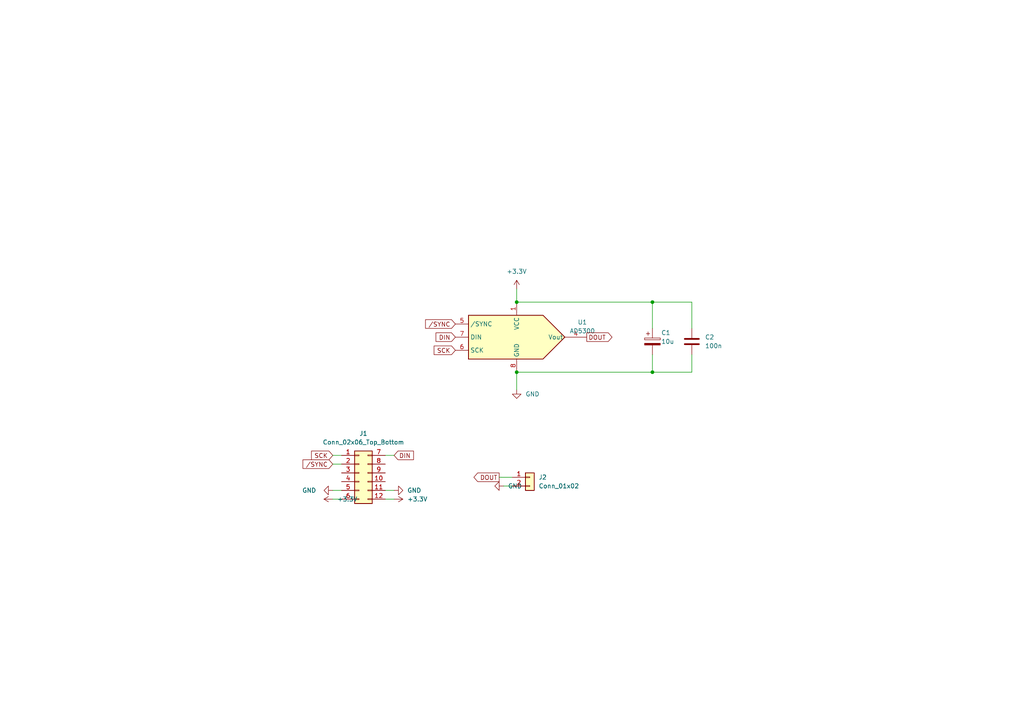
<source format=kicad_sch>
(kicad_sch (version 20211123) (generator eeschema)
  (paper "A4")
  (lib_symbols
    (symbol "Connector_Generic:Conn_01x02" (pin_names (offset 1.016) hide)
      (property "Reference" "J" (at 0 2.54 0))
      (property "Value" "Conn_01x02" (at 0 -5.08 0))
      (symbol "Conn_01x02_1_1"
        (rectangle (start -1.27 -2.413) (end 0 -2.667) (stroke (width 0.1524)))
        (rectangle (start -1.27 0.127) (end 0 -0.127) (stroke (width 0.1524)))
        (rectangle (start -1.27 1.27) (end 1.27 -3.81) (stroke (width 0.254)) (fill (type background)))
        (pin passive line (at -5.08 0 0) (length 3.81) (name "Pin_1") (number "1"))
        (pin passive line (at -5.08 -2.54 0) (length 3.81) (name "Pin_2") (number "2"))
      )
    )
    (symbol "Connector_Generic:Conn_02x06_Top_Bottom" (pin_names (offset 1.016) hide)
      (property "Reference" "J" (at 1.27 7.62 0))
      (property "Value" "Conn_02x06_Top_Bottom" (at 1.27 -10.16 0))
      (symbol "Conn_02x06_Top_Bottom_1_1"
        (rectangle (start -1.27 -7.493) (end 0 -7.747) (stroke (width 0.1524)))
        (rectangle (start -1.27 -4.953) (end 0 -5.207) (stroke (width 0.1524)))
        (rectangle (start -1.27 -2.413) (end 0 -2.667) (stroke (width 0.1524)))
        (rectangle (start -1.27 0.127) (end 0 -0.127) (stroke (width 0.1524)))
        (rectangle (start -1.27 2.667) (end 0 2.413) (stroke (width 0.1524)))
        (rectangle (start -1.27 5.207) (end 0 4.953) (stroke (width 0.1524)))
        (rectangle (start -1.27 6.35) (end 3.81 -8.89) (stroke (width 0.254)) (fill (type background)))
        (rectangle (start 3.81 -7.493) (end 2.54 -7.747) (stroke (width 0.1524)))
        (rectangle (start 3.81 -4.953) (end 2.54 -5.207) (stroke (width 0.1524)))
        (rectangle (start 3.81 -2.413) (end 2.54 -2.667) (stroke (width 0.1524)))
        (rectangle (start 3.81 0.127) (end 2.54 -0.127) (stroke (width 0.1524)))
        (rectangle (start 3.81 2.667) (end 2.54 2.413) (stroke (width 0.1524)))
        (rectangle (start 3.81 5.207) (end 2.54 4.953) (stroke (width 0.1524)))
        (pin passive line (at -5.08 5.08 0) (length 3.81) (name "Pin_1") (number "1"))
        (pin passive line (at 7.62 -2.54 180) (length 3.81) (name "Pin_10") (number "10"))
        (pin passive line (at 7.62 -5.08 180) (length 3.81) (name "Pin_11") (number "11"))
        (pin passive line (at 7.62 -7.62 180) (length 3.81) (name "Pin_12") (number "12"))
        (pin passive line (at -5.08 2.54 0) (length 3.81) (name "Pin_2") (number "2"))
        (pin passive line (at -5.08 0 0) (length 3.81) (name "Pin_3") (number "3"))
        (pin passive line (at -5.08 -2.54 0) (length 3.81) (name "Pin_4") (number "4"))
        (pin passive line (at -5.08 -5.08 0) (length 3.81) (name "Pin_5") (number "5"))
        (pin passive line (at -5.08 -7.62 0) (length 3.81) (name "Pin_6") (number "6"))
        (pin passive line (at 7.62 5.08 180) (length 3.81) (name "Pin_7") (number "7"))
        (pin passive line (at 7.62 2.54 180) (length 3.81) (name "Pin_8") (number "8"))
        (pin passive line (at 7.62 0 180) (length 3.81) (name "Pin_9") (number "9"))
      )
    )
    (symbol "Device:C" (pin_numbers hide) (pin_names (offset 0.254))
      (property "Reference" "C" (at 0.635 2.54 0))
      (property "Value" "C" (at 0.635 -2.54 0))
      (symbol "C_0_1"
        (polyline (pts (xy -2.032 -0.762) (xy 2.032 -0.762)) (stroke (width 0.508)))
        (polyline (pts (xy -2.032 0.762) (xy 2.032 0.762)) (stroke (width 0.508)))
      )
      (symbol "C_1_1"
        (pin passive line (at 0 3.81 270) (length 2.794) (name "~") (number "1"))
        (pin passive line (at 0 -3.81 90) (length 2.794) (name "~") (number "2"))
      )
    )
    (symbol "Device:C_Polarized" (pin_numbers hide) (pin_names (offset 0.254))
      (property "Reference" "C" (at 0.635 2.54 0))
      (property "Value" "C_Polarized" (at 0.635 -2.54 0))
      (symbol "C_Polarized_0_1"
        (rectangle (start -2.286 0.508) (end 2.286 1.016))
        (polyline (pts (xy -1.778 2.286) (xy -0.762 2.286)))
        (polyline (pts (xy -1.27 2.794) (xy -1.27 1.778)))
        (rectangle (start 2.286 -0.508) (end -2.286 -1.016) (fill (type outline)))
      )
      (symbol "C_Polarized_1_1"
        (pin passive line (at 0 3.81 270) (length 2.794) (name "~") (number "1"))
        (pin passive line (at 0 -3.81 90) (length 2.794) (name "~") (number "2"))
      )
    )
    (symbol "ad5300:AD5300"
      (property "Reference" "U" (at 0 0 0))
      (property "Value" "AD5300" (at -5.08 0 0))
      (symbol "AD5300_0_1"
        (polyline (pts (xy -13.97 -6.35) (xy 7.62 -6.35) (xy 13.97 0) (xy 7.62 6.35) (xy -13.97 6.35) (xy -13.97 -6.35)) (stroke (width 0.254)) (fill (type background)))
      )
      (symbol "AD5300_1_1"
        (pin power_in line (at 0 10.16 270) (length 3.81) (name "VCC") (number "1"))
        (pin output line (at 20.32 0 180) (length 6.35) (name "Vout") (number "4"))
        (pin input line (at -17.78 3.81 0) (length 3.81) (name "/SYNC") (number "5"))
        (pin input line (at -17.78 -3.81 0) (length 3.81) (name "SCK") (number "6"))
        (pin input line (at -17.78 0 0) (length 3.81) (name "DIN") (number "7"))
        (pin power_in line (at 0 -10.16 90) (length 3.81) (name "GND") (number "8"))
      )
    )
    (symbol "power:+3.3V" (power) (pin_names (offset 0))
      (property "Value" "+3.3V" (at 0 3.556 0))
      (symbol "+3.3V_0_1"
        (polyline (pts (xy -0.762 1.27) (xy 0 2.54)))
        (polyline (pts (xy 0 0) (xy 0 2.54)))
        (polyline (pts (xy 0 2.54) (xy 0.762 1.27)))
      )
      (symbol "+3.3V_1_1"
        (pin power_in line (at 0 0 90) (length 0) hide (name "+3.3V") (number "1"))
      )
    )
    (symbol "power:GND" (power) (pin_names (offset 0))
      (property "Value" "GND" (at 0 -3.81 0))
      (symbol "GND_0_1"
        (polyline (pts (xy 0 0) (xy 0 -1.27) (xy 1.27 -1.27) (xy 0 -2.54) (xy -1.27 -1.27) (xy 0 -1.27)))
      )
      (symbol "GND_1_1"
        (pin power_in line (at 0 0 270) (length 0) hide (name "GND") (number "1"))
      )
    )
  )
  (junction (at 149.86 107.95))
  (junction (at 149.86 87.63))
  (junction (at 189.23 107.95))
  (junction (at 189.23 87.63))
  (wire (pts (xy 144.78 138.43) (xy 148.59 138.43)))
  (wire (pts (xy 149.86 87.63) (xy 189.23 87.63)))
  (wire (pts (xy 96.52 134.62) (xy 99.06 134.62)))
  (wire (pts (xy 200.66 107.95) (xy 200.66 102.87)))
  (wire (pts (xy 146.05 140.97) (xy 148.59 140.97)))
  (wire (pts (xy 111.76 132.08) (xy 114.3 132.08)))
  (wire (pts (xy 149.86 107.95) (xy 149.86 113.03)))
  (wire (pts (xy 111.76 144.78) (xy 114.3 144.78)))
  (wire (pts (xy 189.23 102.87) (xy 189.23 107.95)))
  (wire (pts (xy 189.23 87.63) (xy 200.66 87.63)))
  (wire (pts (xy 111.76 142.24) (xy 114.3 142.24)))
  (wire (pts (xy 149.86 107.95) (xy 189.23 107.95)))
  (wire (pts (xy 189.23 107.95) (xy 200.66 107.95)))
  (wire (pts (xy 96.52 132.08) (xy 99.06 132.08)))
  (wire (pts (xy 96.52 142.24) (xy 99.06 142.24)))
  (wire (pts (xy 189.23 87.63) (xy 189.23 95.25)))
  (wire (pts (xy 96.52 144.78) (xy 99.06 144.78)))
  (wire (pts (xy 200.66 87.63) (xy 200.66 95.25)))
  (wire (pts (xy 149.86 83.82) (xy 149.86 87.63)))
  (global_label "DOUT" (shape output) (at 144.78 138.43 180) (property "Intersheet References" "${INTERSHEET_REFS}" (effects hide)))
  (global_label "SCK" (shape input) (at 132.08 101.6 180) (property "Intersheet References" "${INTERSHEET_REFS}" (effects hide)))
  (global_label "{slash}SYNC" (shape input) (at 96.52 134.62 180) (property "Intersheet References" "${INTERSHEET_REFS}" (effects hide)))
  (global_label "SCK" (shape input) (at 96.52 132.08 180) (property "Intersheet References" "${INTERSHEET_REFS}" (effects hide)))
  (global_label "DIN" (shape input) (at 114.3 132.08 0) (property "Intersheet References" "${INTERSHEET_REFS}" (effects hide)))
  (global_label "DOUT" (shape output) (at 170.18 97.79 0) (property "Intersheet References" "${INTERSHEET_REFS}" (effects hide)))
  (global_label "{slash}SYNC" (shape input) (at 132.08 93.98 180) (property "Intersheet References" "${INTERSHEET_REFS}" (effects hide)))
  (global_label "DIN" (shape input) (at 132.08 97.79 180) (property "Intersheet References" "${INTERSHEET_REFS}" (effects hide)))
  (symbol (lib_id "Device:C") (at 200.66 99.06 0) (unit 1)
    (property "Reference" "C2" (at 204.47 97.7899 0) (effects (justify left)))
    (property "Value" "100n" (at 204.47 100.3299 0) (effects (justify left)))
    (property "Footprint" "Capacitor_THT:C_Rect_L7.2mm_W2.5mm_P5.00mm_FKS2_FKP2_MKS2_MKP2" (effects hide))
  )
  (symbol (lib_id "power:GND") (at 96.52 142.24 270) (unit 1)
    (property "Reference" "#PWR0102" (effects hide))
    (property "Value" "GND" (at 87.63 142.24 90) (effects (justify left)))
  )
  (symbol (lib_id "power:+3.3V") (at 149.86 83.82 0) (unit 1)
    (property "Reference" "#PWR0103" (effects hide))
    (property "Value" "+3.3V" (at 149.86 78.74 0))
  )
  (symbol (lib_id "Connector_Generic:Conn_02x06_Top_Bottom") (at 104.14 137.16 0) (unit 1)
    (property "Reference" "J1" (at 105.41 125.73 0))
    (property "Value" "Conn_02x06_Top_Bottom" (at 105.41 128.27 0))
    (property "Footprint" "differentPin:PinHeader_2x06_P2.54mm_Horizontal" (effects hide))
  )
  (symbol (lib_id "power:GND") (at 146.05 140.97 270) (unit 1)
    (property "Reference" "#PWR0107" (effects hide))
    (property "Value" "GND" (at 147.32 140.9699 90) (effects (justify left)))
  )
  (symbol (lib_id "Connector_Generic:Conn_01x02") (at 153.67 138.43 0) (unit 1)
    (property "Reference" "J2" (at 156.21 138.4299 0) (effects (justify left)))
    (property "Value" "Conn_01x02" (at 156.21 140.9699 0) (effects (justify left)))
    (property "Footprint" "Connector_PinHeader_2.54mm:PinHeader_1x02_P2.54mm_Vertical" (effects hide))
  )
  (symbol (lib_id "power:+3.3V") (at 96.52 144.78 90) (unit 1)
    (property "Reference" "#PWR0104" (effects hide))
    (property "Value" "+3.3V" (at 97.79 144.7799 90) (effects (justify right)))
  )
  (symbol (lib_id "power:GND") (at 114.3 142.24 90) (unit 1)
    (property "Reference" "#PWR0105" (effects hide))
    (property "Value" "GND" (at 118.11 142.2399 90) (effects (justify right)))
  )
  (symbol (lib_id "Device:C_Polarized") (at 189.23 99.06 0) (unit 1)
    (property "Reference" "C1" (at 191.77 96.52 0) (effects (justify left)))
    (property "Value" "10u" (at 191.77 99.06 0) (effects (justify left)))
    (property "Footprint" "Capacitor_THT:CP_Radial_D6.3mm_P2.50mm" (effects hide))
  )
  (symbol (lib_id "ad5300:AD5300") (at 149.86 97.79 0) (unit 1)
    (property "Reference" "U1" (at 168.91 93.4593 0))
    (property "Value" "AD5300" (at 168.91 95.9993 0))
    (property "Footprint" "MSOP-8_3x3mm_P0.65mm" (effects hide))
  )
  (symbol (lib_id "power:GND") (at 149.86 113.03 0) (unit 1)
    (property "Reference" "#PWR0101" (effects hide))
    (property "Value" "GND" (at 152.4 114.2999 0) (effects (justify left)))
  )
  (symbol (lib_id "power:+3.3V") (at 114.3 144.78 270) (unit 1)
    (property "Reference" "#PWR0106" (effects hide))
    (property "Value" "+3.3V" (at 118.11 144.7799 90) (effects (justify left)))
  )
)
</source>
